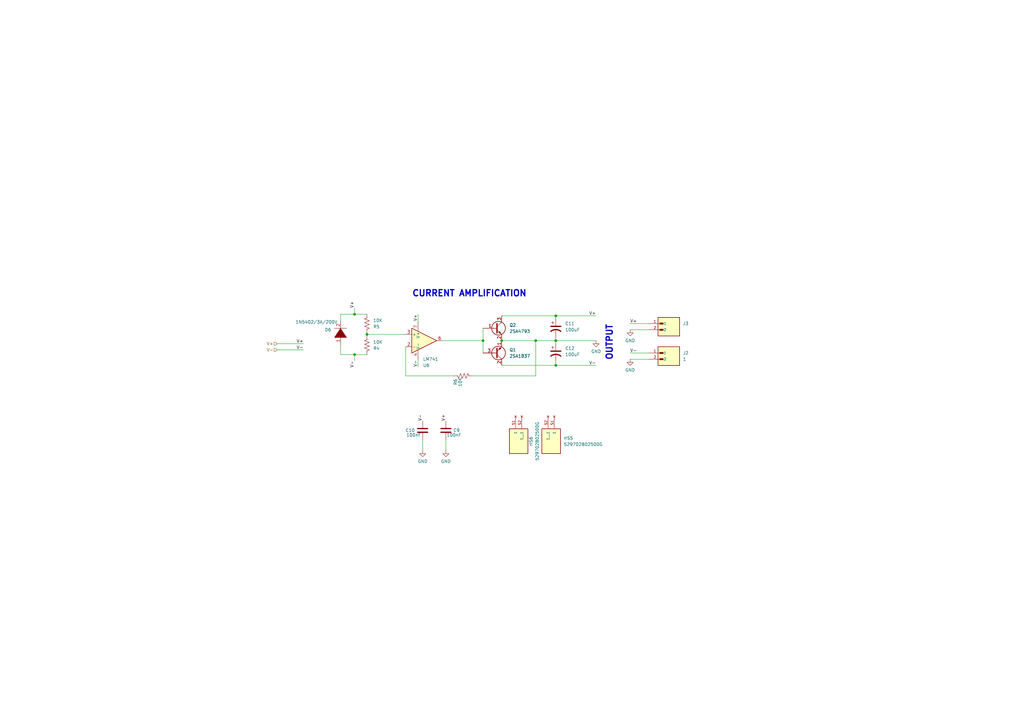
<source format=kicad_sch>
(kicad_sch (version 20211123) (generator eeschema)
  (paper "A3")
  (title_block (title "Dvostrano napajanje sa potenciometrom X9C103S") (date "2025-06-25") (rev "1.0") (comment 2 "Nikola Ilić i Mihajlo Ristić"))
  (lib_symbols
    (symbol "1778764:1778764" (pin_names (offset 1.016))
      (property "Reference" "J" (at -2.54 3.302 0))
      (property "Value" "1778764" (at -2.54 -7.62 0))
      (symbol "1778764_0_0"
        (rectangle (start -3.81 -5.08) (end 5.08 2.54) (stroke (width 0.254)) (fill (type background)))
        (rectangle (start -3.175 -2.8575) (end -1.5875 -2.2225) (stroke (width 0.1)) (fill (type outline)))
        (rectangle (start -3.175 -0.3175) (end -1.5875 0.3175) (stroke (width 0.1)) (fill (type outline)))
        (pin passive line (at -7.62 0 0) (length 5.08) (name "1") (number "1"))
        (pin passive line (at -7.62 -2.54 0) (length 5.08) (name "2") (number "2"))
      )
    )
    (symbol "529702B02500G:529702B02500G" (pin_names (offset 1.016))
      (property "Reference" "HS6" (at 0 -6.35 0))
      (property "Value" "529702B02500G" (at 0 -8.89 0))
      (symbol "529702B02500G_0_0"
        (rectangle (start -5.08 -5.08) (end 5.08 2.54) (stroke (width 0.254)) (fill (type background)))
        (pin no_connect line (at -10.16 0 0) (length 5.08) (name "1") (number "S1"))
        (pin no_connect line (at -10.16 -2.54 0) (length 5.08) (name "1__1") (number "S2"))
      )
    )
    (symbol "529702B02500G_1" (pin_names (offset 1.016))
      (property "Reference" "HS5" (at 0 10.795 0))
      (property "Value" "529702B02500G_1" (at 0 8.255 0))
      (symbol "529702B02500G_1_0_0"
        (rectangle (start -5.08 -5.08) (end 5.08 2.54) (stroke (width 0.254)) (fill (type background)))
        (pin no_connect line (at -10.16 0 0) (length 5.08) (name "1") (number "S1"))
        (pin no_connect line (at -10.16 -2.54 0) (length 5.08) (name "1__1") (number "S2"))
      )
    )
    (symbol "Amplifier_Operational:OPA1641" (pin_names (offset 0.127))
      (property "Reference" "U" (at 3.81 3.81 0))
      (property "Value" "OPA1641" (at 3.81 -3.81 0))
      (symbol "OPA1641_0_1"
        (polyline (pts (xy 5.08 0) (xy -5.08 5.08) (xy -5.08 -5.08) (xy 5.08 0)) (stroke (width 0.254)) (fill (type background)))
      )
      (symbol "OPA1641_1_1"
        (pin no_connect line (at -2.54 -2.54 90) (length 2.54) hide (name "NC") (number "1"))
        (pin input line (at -7.62 -2.54 0) (length 2.54) (name "-") (number "2"))
        (pin input line (at -7.62 2.54 0) (length 2.54) (name "+") (number "3"))
        (pin power_in line (at -2.54 -7.62 90) (length 3.81) (name "V-") (number "4"))
        (pin no_connect line (at 0 -2.54 90) (length 2.54) hide (name "NC") (number "5"))
        (pin output line (at 7.62 0 180) (length 2.54) (name "~") (number "6"))
        (pin power_in line (at -2.54 7.62 270) (length 3.81) (name "V+") (number "7"))
        (pin no_connect line (at -5.08 -2.54 90) (length 2.54) hide (name "NC") (number "8"))
      )
    )
    (symbol "Device:C" (pin_numbers hide) (pin_names (offset 0.254))
      (property "Reference" "C" (at 0.635 2.54 0))
      (property "Value" "C" (at 0.635 -2.54 0))
      (symbol "C_0_1"
        (polyline (pts (xy -2.032 -0.762) (xy 2.032 -0.762)) (stroke (width 0.508)))
        (polyline (pts (xy -2.032 0.762) (xy 2.032 0.762)) (stroke (width 0.508)))
      )
      (symbol "C_1_1"
        (pin passive line (at 0 3.81 270) (length 2.794) (name "~") (number "1"))
        (pin passive line (at 0 -3.81 90) (length 2.794) (name "~") (number "2"))
      )
    )
    (symbol "Device:C_Polarized_US" (pin_numbers hide) (pin_names (offset 0.254) hide)
      (property "Reference" "C" (at 0.635 2.54 0))
      (property "Value" "C_Polarized_US" (at 0.635 -2.54 0))
      (symbol "C_Polarized_US_0_1"
        (polyline (pts (xy -2.032 0.762) (xy 2.032 0.762)) (stroke (width 0.508)))
        (polyline (pts (xy -1.778 2.286) (xy -0.762 2.286)))
        (polyline (pts (xy -1.27 1.778) (xy -1.27 2.794)))
        (arc (start 2.032 -1.27) (mid 0 -0.5572) (end -2.032 -1.27) (stroke (width 0.508)))
      )
      (symbol "C_Polarized_US_1_1"
        (pin passive line (at 0 3.81 270) (length 2.794) (name "~") (number "1"))
        (pin passive line (at 0 -3.81 90) (length 3.302) (name "~") (number "2"))
      )
    )
    (symbol "Device:Q_NPN_BEC" (pin_names (offset 0) hide)
      (property "Reference" "Q" (at 5.08 1.27 0))
      (property "Value" "Q_NPN_BEC" (at 5.08 -1.27 0))
      (symbol "Q_NPN_BEC_0_1"
        (polyline (pts (xy 0.635 0.635) (xy 2.54 2.54)))
        (polyline (pts (xy 0.635 -0.635) (xy 2.54 -2.54) (xy 2.54 -2.54)))
        (polyline (pts (xy 0.635 1.905) (xy 0.635 -1.905) (xy 0.635 -1.905)) (stroke (width 0.508)))
        (polyline (pts (xy 1.27 -1.778) (xy 1.778 -1.27) (xy 2.286 -2.286) (xy 1.27 -1.778) (xy 1.27 -1.778)) (fill (type outline)))
        (circle (center 1.27 0) (radius 2.8194) (stroke (width 0.254)))
      )
      (symbol "Q_NPN_BEC_1_1"
        (pin input line (at -5.08 0 0) (length 5.715) (name "B") (number "1"))
        (pin passive line (at 2.54 -5.08 90) (length 2.54) (name "E") (number "2"))
        (pin passive line (at 2.54 5.08 270) (length 2.54) (name "C") (number "3"))
      )
    )
    (symbol "Device:R_US" (pin_numbers hide) (pin_names (offset 0))
      (property "Reference" "R" (at 2.54 0 90))
      (property "Value" "R_US" (at -2.54 0 90))
      (symbol "R_US_0_1"
        (polyline (pts (xy 0 -2.286) (xy 0 -2.54)))
        (polyline (pts (xy 0 2.286) (xy 0 2.54)))
        (polyline (pts (xy 0 -0.762) (xy 1.016 -1.143) (xy 0 -1.524) (xy -1.016 -1.905) (xy 0 -2.286)))
        (polyline (pts (xy 0 0.762) (xy 1.016 0.381) (xy 0 0) (xy -1.016 -0.381) (xy 0 -0.762)))
        (polyline (pts (xy 0 2.286) (xy 1.016 1.905) (xy 0 1.524) (xy -1.016 1.143) (xy 0 0.762)))
      )
      (symbol "R_US_1_1"
        (pin passive line (at 0 3.81 270) (length 1.27) (name "~") (number "1"))
        (pin passive line (at 0 -3.81 90) (length 1.27) (name "~") (number "2"))
      )
    )
    (symbol "Transistor_BJT:2SB631" (pin_names (offset 0) hide)
      (property "Reference" "Q" (at 5.08 1.905 0))
      (property "Value" "2SB631" (at 5.08 0 0))
      (symbol "2SB631_0_1"
        (polyline (pts (xy 0 0) (xy 0.635 0)))
        (polyline (pts (xy 2.54 -2.54) (xy 0.635 -0.635)))
        (polyline (pts (xy 2.54 2.54) (xy 0.635 0.635)))
        (polyline (pts (xy 0.635 1.905) (xy 0.635 -1.905) (xy 0.635 -1.905)) (stroke (width 0.508)) (fill (type outline)))
        (polyline (pts (xy 1.778 -2.286) (xy 2.286 -1.778) (xy 1.27 -1.27) (xy 1.778 -2.286) (xy 1.778 -2.286)) (fill (type outline)))
        (circle (center 1.27 0) (radius 2.8194) (stroke (width 0.254)))
      )
      (symbol "2SB631_1_1"
        (pin passive line (at 2.54 -5.08 90) (length 2.54) (name "E") (number "1"))
        (pin passive line (at 2.54 5.08 270) (length 2.54) (name "C") (number "2"))
        (pin input line (at -5.08 0 0) (length 5.08) (name "B") (number "3"))
      )
    )
    (symbol "power:GND" (power) (pin_names (offset 0))
      (property "Value" "GND" (at 0 -3.81 0))
      (symbol "GND_0_1"
        (polyline (pts (xy 0 0) (xy 0 -1.27) (xy 1.27 -1.27) (xy 0 -2.54) (xy -1.27 -1.27) (xy 0 -1.27)))
      )
      (symbol "GND_1_1"
        (pin power_in line (at 0 0 270) (length 0) hide (name "GND") (number "1"))
      )
    )
    (symbol "pspice:DIODE" (pin_names (offset 1.016) hide)
      (property "Reference" "D" (at 0 3.81 0))
      (property "Value" "DIODE" (at 0 -4.445 0))
      (symbol "DIODE_0_1"
        (polyline (pts (xy 1.905 2.54) (xy 1.905 -2.54)))
        (polyline (pts (xy -1.905 2.54) (xy -1.905 -2.54) (xy 1.905 0)) (fill (type outline)))
      )
      (symbol "DIODE_1_1"
        (pin input line (at -5.08 0 0) (length 3.81) (name "K") (number "1"))
        (pin input line (at 5.08 0 180) (length 3.81) (name "A") (number "2"))
      )
    )
  )
  (junction (at 145.415 128.905))
  (junction (at 227.965 139.7))
  (junction (at 198.12 139.7))
  (junction (at 227.965 129.54))
  (junction (at 150.495 137.16))
  (junction (at 219.71 139.7))
  (junction (at 205.74 139.7))
  (junction (at 227.965 149.86))
  (junction (at 145.415 145.415))
  (wire (pts (xy 266.065 147.32) (xy 258.445 147.32)))
  (wire (pts (xy 198.12 134.62) (xy 198.12 139.7)))
  (wire (pts (xy 219.71 154.178) (xy 219.71 139.7)))
  (wire (pts (xy 227.965 130.81) (xy 227.965 129.54)))
  (wire (pts (xy 150.495 137.16) (xy 150.495 136.525)))
  (wire (pts (xy 182.88 184.785) (xy 182.88 180.34)))
  (wire (pts (xy 205.74 139.7) (xy 219.71 139.7)))
  (wire (pts (xy 145.415 147.955) (xy 145.415 145.415)))
  (wire (pts (xy 227.965 149.86) (xy 227.965 148.59)))
  (wire (pts (xy 266.065 135.255) (xy 258.445 135.255)))
  (wire (pts (xy 219.71 139.7) (xy 227.965 139.7)))
  (wire (pts (xy 181.61 139.7) (xy 198.12 139.7)))
  (wire (pts (xy 227.965 139.7) (xy 227.965 140.97)))
  (wire (pts (xy 150.495 137.795) (xy 150.495 137.16)))
  (wire (pts (xy 171.45 147.32) (xy 171.45 150.495)))
  (wire (pts (xy 258.445 144.78) (xy 266.065 144.78)))
  (wire (pts (xy 145.415 128.905) (xy 150.495 128.905)))
  (wire (pts (xy 198.12 139.7) (xy 198.12 144.78)))
  (wire (pts (xy 193.802 154.178) (xy 219.71 154.178)))
  (wire (pts (xy 205.74 149.86) (xy 227.965 149.86)))
  (wire (pts (xy 227.965 139.7) (xy 227.965 138.43)))
  (wire (pts (xy 145.415 145.415) (xy 150.495 145.415)))
  (wire (pts (xy 227.965 139.7) (xy 244.475 139.7)))
  (wire (pts (xy 258.445 132.715) (xy 266.065 132.715)))
  (wire (pts (xy 150.495 137.16) (xy 166.37 137.16)))
  (wire (pts (xy 113.665 143.51) (xy 124.46 143.51)))
  (wire (pts (xy 166.37 154.178) (xy 186.182 154.178)))
  (wire (pts (xy 173.355 184.785) (xy 173.355 180.34)))
  (wire (pts (xy 227.965 149.86) (xy 244.475 149.86)))
  (wire (pts (xy 166.37 142.24) (xy 166.37 154.178)))
  (wire (pts (xy 139.7 131.445) (xy 139.7 128.905)))
  (wire (pts (xy 227.965 129.54) (xy 244.475 129.54)))
  (wire (pts (xy 139.7 145.415) (xy 145.415 145.415)))
  (wire (pts (xy 139.7 145.415) (xy 139.7 141.605)))
  (wire (pts (xy 205.74 129.54) (xy 227.965 129.54)))
  (wire (pts (xy 139.7 128.905) (xy 145.415 128.905)))
  (wire (pts (xy 145.415 128.905) (xy 145.415 126.365)))
  (wire (pts (xy 171.45 128.905) (xy 171.45 132.08)))
  (wire (pts (xy 113.665 140.97) (xy 124.46 140.97)))
  (text "CURRENT AMPLIFICATION" (at 168.91 121.92 0) (effects (font (size 2.54 2.54) (thickness 0.508) bold) (justify left bottom)))
  (text "OUTPUT" (at 251.46 147.955 90) (effects (font (size 2.54 2.54) (thickness 0.508) bold) (justify left bottom)))
  (label "V-" (at 145.415 147.955 270))
  (label "V+" (at 258.445 132.715 0))
  (label "V+" (at 244.475 129.54 180))
  (label "V-" (at 171.45 150.495 90))
  (label "V-" (at 124.46 143.51 180))
  (label "V-" (at 258.445 144.78 0))
  (label "V+" (at 124.46 140.97 180))
  (label "V-" (at 173.355 172.72 90))
  (label "V+" (at 171.45 128.905 270))
  (label "V-" (at 244.475 149.86 180))
  (label "V+" (at 182.88 172.72 90))
  (label "V+" (at 145.415 126.365 90))
  (hierarchical_label "V-" (shape input) (at 113.665 143.51 180))
  (hierarchical_label "V+" (shape input) (at 113.665 140.97 180))
  (symbol (lib_name "529702B02500G_1") (lib_id "529702B02500G:529702B02500G") (at 227.33 180.975 270) (unit 1)
    (property "Reference" "HS5" (at 231.14 179.7049 90) (effects (justify left)))
    (property "Value" "529702B02500G" (at 231.14 182.2449 90) (effects (justify left)))
    (property "Footprint" "529702B02500G:HSINK_529702B02500G" (effects hide))
    (property "MANUFACTURER" "Aavid, Thermal Division of Boyd Corporation" (effects hide))
  )
  (symbol (lib_id "power:GND") (at 244.475 139.7 0) (unit 1)
    (property "Reference" "#PWR018" (effects hide))
    (property "Value" "GND" (at 244.475 144.145 0))
  )
  (symbol (lib_id "power:GND") (at 182.88 184.785 0) (mirror y) (unit 1)
    (property "Reference" "#PWR016" (effects hide))
    (property "Value" "GND" (at 182.88 189.23 0))
  )
  (symbol (lib_id "Device:C") (at 173.355 176.53 0) (mirror y) (unit 1)
    (property "Reference" "C10" (at 170.18 176.53 0) (effects (justify left)))
    (property "Value" "100nF" (at 172.72 178.435 0) (effects (justify left)))
    (property "Footprint" "opamp cap:CAPC2012X70" (effects hide))
  )
  (symbol (lib_id "Device:C") (at 182.88 176.53 0) (mirror y) (unit 1)
    (property "Reference" "C9" (at 188.595 176.53 0) (effects (justify left)))
    (property "Value" "100nF" (at 189.23 178.435 0) (effects (justify left)))
    (property "Footprint" "opamp cap:CAPC2012X70" (effects hide))
  )
  (symbol (lib_id "Device:C_Polarized_US") (at 227.965 144.78 0) (unit 1)
    (property "Reference" "C12" (at 231.775 142.8749 0) (effects (justify left)))
    (property "Value" "100uF" (at 231.775 145.4149 0) (effects (justify left)))
    (property "Footprint" "Capacitor_THT:CP_Radial_D7.5mm_P2.50mm" (effects hide))
  )
  (symbol (lib_id "Amplifier_Operational:OPA1641") (at 173.99 139.7 0) (unit 1)
    (property "Reference" "U6" (at 173.4694 149.86 0) (effects (justify left)))
    (property "Value" "LM741" (at 173.4694 147.32 0) (effects (justify left)))
    (property "Footprint" "Package_DIP:DIP-8_W7.62mm" (effects hide))
    (property "Datasheet" "https://www.ti.com/lit/ds/slos169h/slos169h.pdf" (effects hide))
  )
  (symbol (lib_id "power:GND") (at 258.445 147.32 0) (unit 1)
    (property "Reference" "#PWR019" (effects hide))
    (property "Value" "GND" (at 258.445 151.765 0))
  )
  (symbol (lib_id "1778764:1778764") (at 273.685 144.78 0) (unit 1)
    (property "Reference" "J2" (at 280.035 144.7799 0) (effects (justify left)))
    (property "Value" "1" (at 280.035 147.3199 0) (effects (justify left)))
    (property "Footprint" "TerminalBlock_Phoenix:TerminalBlock_Phoenix_MKDS-1,5-2_1x02_P5.00mm_Horizontal" (effects hide))
    (property "MF" "Phoenix Contact" (effects hide))
    (property "MAXIMUM_PACKAGE_HEIGHT" "5.1mm" (effects hide))
    (property "Package" "None" (effects hide))
    (property "Price" "None" (effects hide))
    (property "Check_prices" "https://www.snapeda.com/parts/1778764/Phoenix+Contact/view-part/?ref=eda" (effects hide))
    (property "STANDARD" "Manufacturer Recommendations" (effects hide))
    (property "PARTREV" "11.03.2024" (effects hide))
    (property "SnapEDA_Link" "https://www.snapeda.com/parts/1778764/Phoenix+Contact/view-part/?ref=snap" (effects hide))
    (property "MP" "1778764" (effects hide))
    (property "Description" "\n                        \n                            2 Position Terminal Block Header, Male Pins, Shrouded (4 Side) 0.098 (2.50mm) 90°, Right Angle - Surface Mount\n                        \n" (effects hide))
    (property "Availability" "In Stock" (effects hide))
    (property "MANUFACTURER" "Phoenix Contact" (effects hide))
  )
  (symbol (lib_id "pspice:DIODE") (at 139.7 136.525 270) (mirror x) (unit 1)
    (property "Reference" "D6" (at 135.89 135.2549 90) (effects (justify right)))
    (property "Value" "1N5402/3A/200V" (at 138.43 132.08 90) (effects (justify right)))
    (property "Footprint" "Diode_THT:D_DO-201AD_P15.24mm_Horizontal" (effects hide))
  )
  (symbol (lib_id "Device:C_Polarized_US") (at 227.965 134.62 0) (unit 1)
    (property "Reference" "C11" (at 231.775 132.7149 0) (effects (justify left)))
    (property "Value" "100uF" (at 231.775 135.2549 0) (effects (justify left)))
    (property "Footprint" "Capacitor_THT:CP_Radial_D7.5mm_P2.50mm" (effects hide))
  )
  (symbol (lib_id "529702B02500G:529702B02500G") (at 211.455 180.975 90) (mirror x) (unit 1)
    (property "Reference" "HS6" (at 217.805 180.975 0))
    (property "Value" "529702B02500G" (at 220.345 180.975 0))
    (property "Footprint" "529702B02500G:HSINK_529702B02500G" (effects hide))
    (property "MANUFACTURER" "Aavid, Thermal Division of Boyd Corporation" (effects hide))
  )
  (symbol (lib_id "Device:R_US") (at 189.992 154.178 90) (mirror x) (unit 1)
    (property "Reference" "R6" (at 186.817 157.988 0) (effects (justify right)))
    (property "Value" "10K" (at 188.722 158.623 0) (effects (justify right)))
    (property "Footprint" "Resistor_SMD:R_0805_2012Metric" (effects hide))
  )
  (symbol (lib_id "Device:R_US") (at 150.495 141.605 0) (mirror x) (unit 1)
    (property "Reference" "R4" (at 153.035 142.8751 0) (effects (justify left)))
    (property "Value" "10K" (at 153.035 140.3351 0) (effects (justify left)))
    (property "Footprint" "Resistor_SMD:R_0805_2012Metric" (effects hide))
  )
  (symbol (lib_id "power:GND") (at 258.445 135.255 0) (unit 1)
    (property "Reference" "#PWR020" (effects hide))
    (property "Value" "GND" (at 258.445 139.7 0))
  )
  (symbol (lib_id "Device:Q_NPN_BEC") (at 203.2 134.62 0) (unit 1)
    (property "Reference" "Q2" (at 208.915 133.3499 0) (effects (justify left)))
    (property "Value" "2SA4793" (at 208.915 135.8899 0) (effects (justify left)))
    (property "Footprint" "Package_TO_SOT_THT:TO-220-3_Vertical" (effects hide))
  )
  (symbol (lib_id "Device:R_US") (at 150.495 132.715 0) (mirror x) (unit 1)
    (property "Reference" "R5" (at 153.035 133.9851 0) (effects (justify left)))
    (property "Value" "10K" (at 153.035 131.4451 0) (effects (justify left)))
    (property "Footprint" "Resistor_SMD:R_0805_2012Metric" (effects hide))
  )
  (symbol (lib_id "1778764:1778764") (at 273.685 132.715 0) (unit 1)
    (property "Reference" "J3" (at 280.035 132.7149 0) (effects (justify left)))
    (property "Value" "1" (effects hide))
    (property "Footprint" "TerminalBlock_Phoenix:TerminalBlock_Phoenix_MKDS-1,5-2_1x02_P5.00mm_Horizontal" (effects hide))
    (property "MF" "Phoenix Contact" (effects hide))
    (property "MAXIMUM_PACKAGE_HEIGHT" "5.1mm" (effects hide))
    (property "Package" "None" (effects hide))
    (property "Price" "None" (effects hide))
    (property "Check_prices" "https://www.snapeda.com/parts/1778764/Phoenix+Contact/view-part/?ref=eda" (effects hide))
    (property "STANDARD" "Manufacturer Recommendations" (effects hide))
    (property "PARTREV" "11.03.2024" (effects hide))
    (property "SnapEDA_Link" "https://www.snapeda.com/parts/1778764/Phoenix+Contact/view-part/?ref=snap" (effects hide))
    (property "MP" "1778764" (effects hide))
    (property "Description" "\n                        \n                            2 Position Terminal Block Header, Male Pins, Shrouded (4 Side) 0.098 (2.50mm) 90°, Right Angle - Surface Mount\n                        \n" (effects hide))
    (property "Availability" "In Stock" (effects hide))
    (property "MANUFACTURER" "Phoenix Contact" (effects hide))
  )
  (symbol (lib_id "Transistor_BJT:2SB631") (at 203.2 144.78 0) (mirror x) (unit 1)
    (property "Reference" "Q1" (at 208.915 143.5099 0) (effects (justify left)))
    (property "Value" "2SA1837" (at 208.915 146.0499 0) (effects (justify left)))
    (property "Footprint" "Package_TO_SOT_THT:TO-220-3_Vertical" (effects hide))
    (property "Datasheet" "https://lcsc.com/datasheet/lcsc_datasheet_2410122013_Minos-2SA1837_C2920867.pdf" (effects hide))
  )
  (symbol (lib_id "power:GND") (at 173.355 184.785 0) (mirror y) (unit 1)
    (property "Reference" "#PWR017" (effects hide))
    (property "Value" "GND" (at 173.355 189.23 0))
  )
)
</source>
